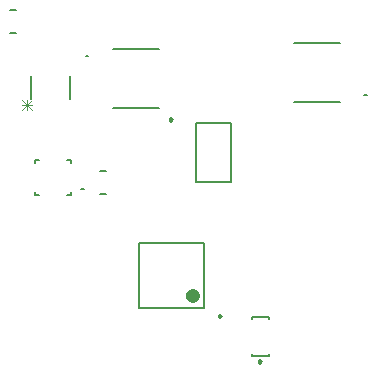
<source format=gto>
G04*
G04 #@! TF.GenerationSoftware,Altium Limited,Altium Designer,21.9.2 (33)*
G04*
G04 Layer_Color=65535*
%FSLAX25Y25*%
%MOIN*%
G70*
G04*
G04 #@! TF.SameCoordinates,DDE03FFC-3592-4A1C-B560-7E07A9873239*
G04*
G04*
G04 #@! TF.FilePolarity,Positive*
G04*
G01*
G75*
%ADD10C,0.00787*%
%ADD11C,0.00984*%
%ADD12C,0.02362*%
%ADD13C,0.00500*%
%ADD14C,0.00600*%
%ADD15C,0.00300*%
D10*
X51035Y19000D02*
X50248D01*
X51035D01*
X-41748Y32000D02*
X-42535D01*
X-41748D01*
X-43362Y-12240D02*
X-44150D01*
X-43362D01*
X12646Y-68094D02*
Y-67307D01*
Y-55693D02*
Y-54905D01*
X18354D01*
Y-68094D02*
Y-67307D01*
Y-55693D02*
Y-54905D01*
X12646Y-68094D02*
X18354D01*
X-5906Y-9843D02*
Y9843D01*
Y-9843D02*
X5906D01*
X-5906Y9843D02*
X5906D01*
Y-9843D02*
Y9843D01*
X-3173Y-51827D02*
Y-30173D01*
X-24827Y-51827D02*
Y-30173D01*
Y-51827D02*
X-3173D01*
X-24827Y-30173D02*
X-3173D01*
D11*
X15795Y-69768D02*
X15057Y-69341D01*
Y-70194D01*
X15795Y-69768D01*
X-13917Y10866D02*
X-14656Y11292D01*
Y10440D01*
X-13917Y10866D01*
X2437Y-54583D02*
X1699Y-54157D01*
Y-55009D01*
X2437Y-54583D01*
D12*
X-5929Y-47890D02*
X-6374Y-46966D01*
X-7373Y-46738D01*
X-8174Y-47377D01*
Y-48402D01*
X-7373Y-49041D01*
X-6374Y-48813D01*
X-5929Y-47890D01*
D13*
X26823Y36441D02*
X42177D01*
X26823Y16559D02*
X42177D01*
X-33677Y34441D02*
X-18323D01*
X-33677Y14559D02*
X-18323D01*
X-47594Y-14405D02*
Y-13224D01*
Y-3776D02*
Y-2595D01*
X-59405Y-14405D02*
Y-13224D01*
Y-3776D02*
Y-2595D01*
X-48776Y-14405D02*
X-47594D01*
X-48776Y-2595D02*
X-47594D01*
X-59405Y-14405D02*
X-58224D01*
X-59405Y-2595D02*
X-58224D01*
D14*
X-67939Y39650D02*
X-66061D01*
X-67939Y47350D02*
X-66061D01*
X-37939Y-6150D02*
X-36061D01*
X-37939Y-13850D02*
X-36061D01*
X-48000Y17650D02*
Y25350D01*
X-61000Y17650D02*
Y25350D01*
D15*
X-63804Y13925D02*
X-60472Y17257D01*
Y13925D02*
X-63804Y17257D01*
X-62138Y13925D02*
Y17257D01*
X-60472Y15591D02*
X-63804D01*
M02*

</source>
